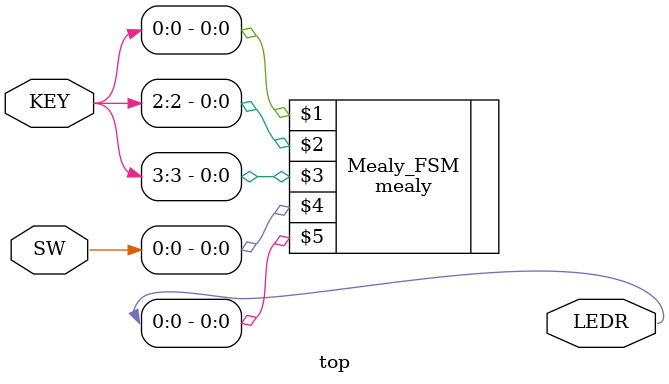
<source format=v>
module top (SW, KEY, LEDR);

    input wire [9:0] SW;        // DE-series switches
    input wire [3:0] KEY;       // DE-series pushbuttons

    output wire [9:0] LEDR;     // DE-series LEDs   

    mealy Mealy_FSM (KEY[0], KEY[2], KEY[3], SW[0], LEDR[0]);

endmodule


</source>
